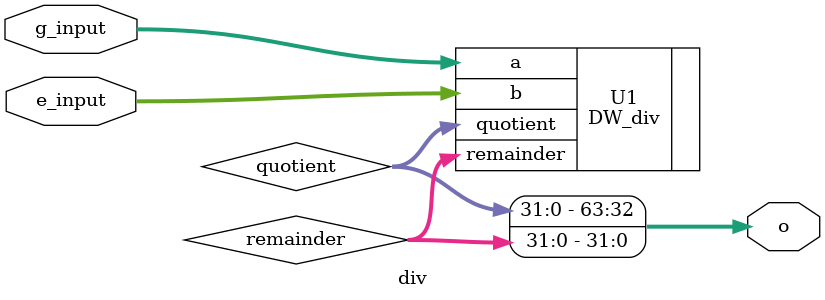
<source format=v>
`timescale 1ns / 1ps


// Please add +incdir+$SYNOPSYS/dw/sim_ver+ to your verilog simulator
// command line (for simulation).

module div(g_input, e_input, o);
  parameter width    = 32;
  parameter tc_mode  = 0;
  parameter rem_mode = 1; // corresponds to "%" in Verilog

  input  [width-1 : 0] g_input;
  input  [width-1 : 0] e_input;
  output [2*width-1:0] o;

  wire   [width-1 : 0] quotient;
  wire   [width-1 : 0] remainder;

  assign o = {quotient,remainder};
  
  // Instance of DW_fp_div
  // more info: https://www.synopsys.com/dw/ipdir.php?c=DW_fp_div
  DW_div #(width, width, tc_mode, rem_mode)
    U1 (.a(g_input), .b(e_input),
        .quotient(quotient), .remainder(remainder));

endmodule





</source>
